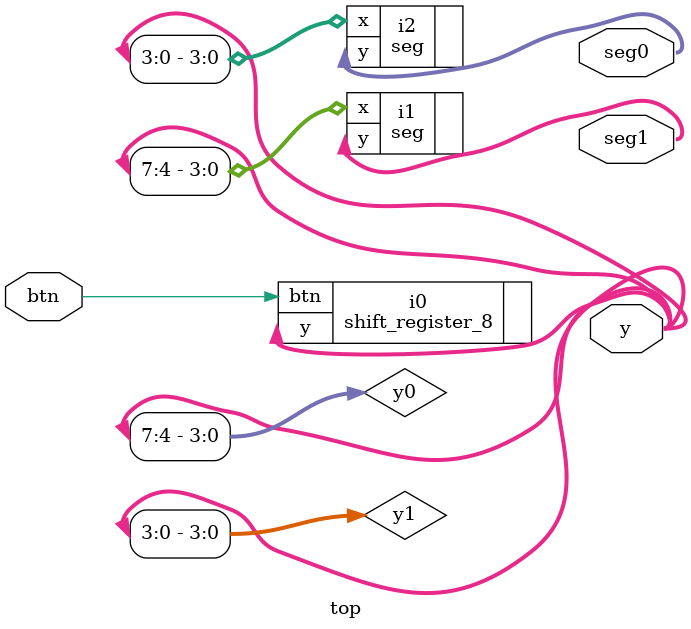
<source format=v>
module top(
  input btn,
  output reg [7:0] y,
  output [7:0] seg1,
  output [7:0] seg0
);
wire [3:0] y0 = y[7:4];
wire [3:0] y1 = y[3:0];

  shift_register_8 i0(
    .btn(btn),
    .y(y)
  );
  
  seg i1(
    .x(y0),
    .y(seg1)
  );
  
  seg i2(
    .x(y1),
    .y(seg0)  
  );

endmodule


</source>
